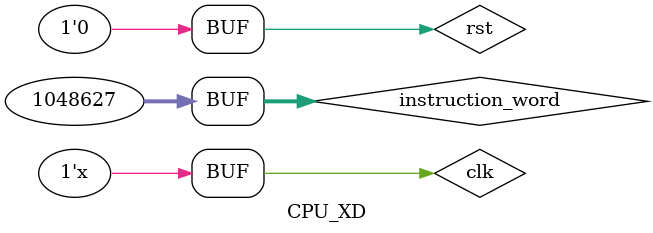
<source format=v>
`timescale 1ns / 1ps


module CPU_XD;

	// Inputs
	reg clk;
	reg rst;
	reg [31:0] instruction_word;

	// Outputs
	wire [31:0] Addition_result;
	wire [25:0] Control_unit_output;
	wire [4:0] A_ADDRESS;
	wire RF_WRITING;
	wire [31:0] Alu_Result;
	// Instantiate the Unit Under Test (UUT)
	DataPath uut (
		.clk(clk), 
		.rst(rst), 
		.Addition_result(Addition_result), 
		.instruction_word(instruction_word), 
		.Control_unit_output(Control_unit_output), 
		.A_ADDRESS(A_ADDRESS),
		.RF_WRITING(RF_WRITING),
		.Alu_Result(Alu_Result)
	);
always#5 clk = ~clk;
	initial begin
		// Initialize Inputs
		clk = 0;
		rst = 1;
		instruction_word = 0;

		// Wait 100 ns for global reset to finish
		#100;
		rst = 0;
		#10;
		instruction_word = 32'b00000000000100000111000010010011;
		#10;
		instruction_word =  32'b00000000000100000111000010010011;
		#10;
		instruction_word =  32'b00000000000100001111000000010011;
		#10;
      instruction_word =  32'b00000000000100000000000000110011;
		#10;
		// Add stimulus here

	end
      
endmodule


</source>
